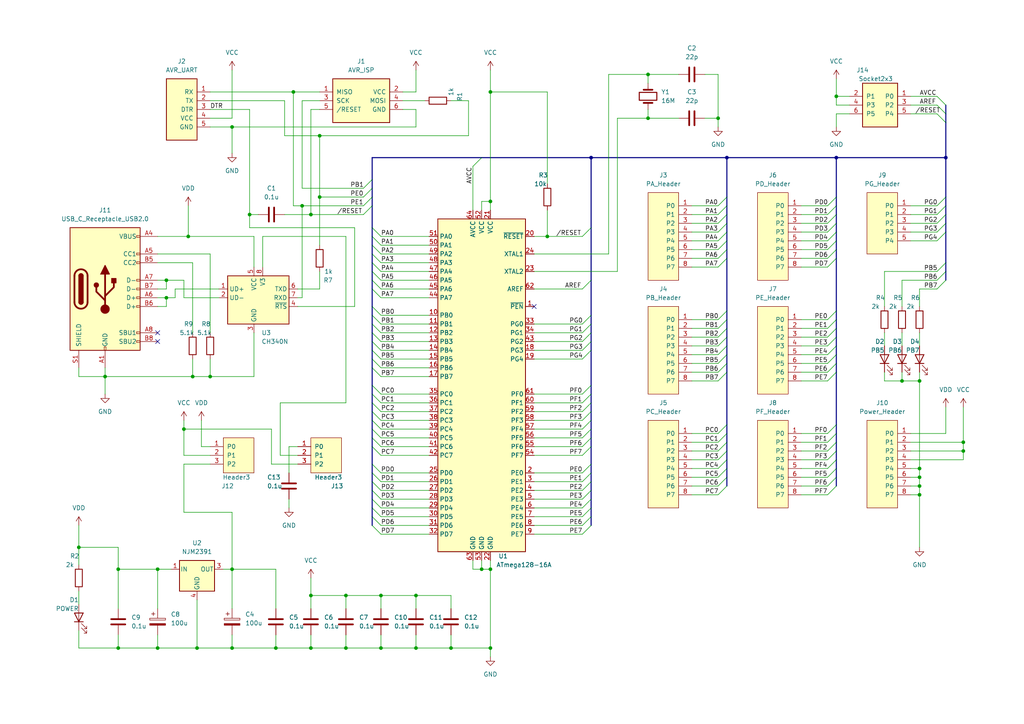
<source format=kicad_sch>
(kicad_sch (version 20230121) (generator eeschema)
  (paper "A4")
  (junction (at 80.01 187.96))
  (junction (at 22.86 158.75))
  (junction (at 87.63 59.69))
  (junction (at 30.48 109.22))
  (junction (at 279.4 128.27))
  (junction (at 100.33 172.72))
  (junction (at 142.24 58.42))
  (junction (at 274.32 45.72))
  (junction (at 120.65 172.72))
  (junction (at 187.96 34.29))
  (junction (at 242.57 27.94))
  (junction (at 85.09 26.67))
  (junction (at 67.31 187.96))
  (junction (at 100.33 187.96))
  (junction (at 53.34 124.46))
  (junction (at 34.29 165.1))
  (junction (at 55.88 109.22))
  (junction (at 266.7 140.97))
  (junction (at 72.39 62.23))
  (junction (at 67.31 165.1))
  (junction (at 110.49 172.72))
  (junction (at 139.7 165.1))
  (junction (at 279.4 130.81))
  (junction (at 130.81 187.96))
  (junction (at 187.96 21.59))
  (junction (at 48.26 81.28))
  (junction (at 266.7 143.51))
  (junction (at 57.15 187.96))
  (junction (at 54.61 68.58))
  (junction (at 142.24 26.67))
  (junction (at 120.65 187.96))
  (junction (at 158.75 68.58))
  (junction (at 210.82 45.72))
  (junction (at 48.26 86.36))
  (junction (at 266.7 110.49))
  (junction (at 242.57 45.72))
  (junction (at 261.62 110.49))
  (junction (at 60.96 109.22))
  (junction (at 90.17 187.96))
  (junction (at 90.17 62.23))
  (junction (at 92.71 57.15))
  (junction (at 45.72 187.96))
  (junction (at 142.24 165.1))
  (junction (at 266.7 138.43))
  (junction (at 266.7 135.89))
  (junction (at 90.17 172.72))
  (junction (at 208.28 34.29))
  (junction (at 110.49 187.96))
  (junction (at 171.45 45.72))
  (junction (at 34.29 187.96))
  (junction (at 142.24 187.96))
  (junction (at 92.71 39.37))
  (junction (at 67.31 36.83))
  (junction (at 45.72 165.1))
  (no_connect (at 154.94 88.9))
  (no_connect (at 45.72 96.52))
  (no_connect (at 45.72 99.06))
  (bus_entry (at 242.57 135.89) (size -2.54 2.54))
  (bus_entry (at 107.95 119.38) (size 2.54 2.54))
  (bus_entry (at 107.95 149.86) (size 2.54 2.54))
  (bus_entry (at 210.82 72.39) (size -2.54 2.54))
  (bus_entry (at 107.95 111.76) (size 2.54 2.54))
  (bus_entry (at 242.57 69.85) (size -2.54 2.54))
  (bus_entry (at 171.45 66.04) (size -2.54 2.54))
  (bus_entry (at 242.57 57.15) (size -2.54 2.54))
  (bus_entry (at 242.57 140.97) (size -2.54 2.54))
  (bus_entry (at 107.95 114.3) (size 2.54 2.54))
  (bus_entry (at 242.57 107.95) (size -2.54 2.54))
  (bus_entry (at 210.82 130.81) (size -2.54 2.54))
  (bus_entry (at 171.45 96.52) (size -2.54 2.54))
  (bus_entry (at 107.95 88.9) (size 2.54 2.54))
  (bus_entry (at 107.95 78.74) (size 2.54 2.54))
  (bus_entry (at 107.95 76.2) (size 2.54 2.54))
  (bus_entry (at 171.45 149.86) (size -2.54 2.54))
  (bus_entry (at 107.95 93.98) (size 2.54 2.54))
  (bus_entry (at 107.95 116.84) (size 2.54 2.54))
  (bus_entry (at 210.82 92.71) (size -2.54 2.54))
  (bus_entry (at 107.95 71.12) (size 2.54 2.54))
  (bus_entry (at 107.95 66.04) (size 2.54 2.54))
  (bus_entry (at 171.45 91.44) (size -2.54 2.54))
  (bus_entry (at 107.95 59.69) (size -2.54 2.54))
  (bus_entry (at 242.57 64.77) (size -2.54 2.54))
  (bus_entry (at 242.57 92.71) (size -2.54 2.54))
  (bus_entry (at 171.45 81.28) (size -2.54 2.54))
  (bus_entry (at 210.82 107.95) (size -2.54 2.54))
  (bus_entry (at 107.95 152.4) (size 2.54 2.54))
  (bus_entry (at 107.95 99.06) (size 2.54 2.54))
  (bus_entry (at 107.95 73.66) (size 2.54 2.54))
  (bus_entry (at 171.45 152.4) (size -2.54 2.54))
  (bus_entry (at 242.57 102.87) (size -2.54 2.54))
  (bus_entry (at 107.95 147.32) (size 2.54 2.54))
  (bus_entry (at 107.95 91.44) (size 2.54 2.54))
  (bus_entry (at 242.57 130.81) (size -2.54 2.54))
  (bus_entry (at 139.7 45.72) (size -2.54 2.54))
  (bus_entry (at 242.57 123.19) (size -2.54 2.54))
  (bus_entry (at 210.82 125.73) (size -2.54 2.54))
  (bus_entry (at 171.45 129.54) (size -2.54 2.54))
  (bus_entry (at 271.78 30.48) (size 2.54 2.54))
  (bus_entry (at 242.57 62.23) (size -2.54 2.54))
  (bus_entry (at 242.57 59.69) (size -2.54 2.54))
  (bus_entry (at 107.95 52.07) (size -2.54 2.54))
  (bus_entry (at 242.57 100.33) (size -2.54 2.54))
  (bus_entry (at 107.95 137.16) (size 2.54 2.54))
  (bus_entry (at 210.82 123.19) (size -2.54 2.54))
  (bus_entry (at 242.57 105.41) (size -2.54 2.54))
  (bus_entry (at 210.82 59.69) (size -2.54 2.54))
  (bus_entry (at 274.32 67.31) (size -2.54 2.54))
  (bus_entry (at 107.95 81.28) (size 2.54 2.54))
  (bus_entry (at 274.32 59.69) (size -2.54 2.54))
  (bus_entry (at 210.82 95.25) (size -2.54 2.54))
  (bus_entry (at 274.32 76.2) (size -2.54 2.54))
  (bus_entry (at 107.95 83.82) (size 2.54 2.54))
  (bus_entry (at 210.82 135.89) (size -2.54 2.54))
  (bus_entry (at 210.82 74.93) (size -2.54 2.54))
  (bus_entry (at 171.45 144.78) (size -2.54 2.54))
  (bus_entry (at 210.82 100.33) (size -2.54 2.54))
  (bus_entry (at 171.45 111.76) (size -2.54 2.54))
  (bus_entry (at 171.45 121.92) (size -2.54 2.54))
  (bus_entry (at 171.45 99.06) (size -2.54 2.54))
  (bus_entry (at 210.82 69.85) (size -2.54 2.54))
  (bus_entry (at 210.82 105.41) (size -2.54 2.54))
  (bus_entry (at 274.32 57.15) (size -2.54 2.54))
  (bus_entry (at 210.82 90.17) (size -2.54 2.54))
  (bus_entry (at 242.57 74.93) (size -2.54 2.54))
  (bus_entry (at 242.57 95.25) (size -2.54 2.54))
  (bus_entry (at 171.45 124.46) (size -2.54 2.54))
  (bus_entry (at 107.95 54.61) (size -2.54 2.54))
  (bus_entry (at 210.82 102.87) (size -2.54 2.54))
  (bus_entry (at 271.78 27.94) (size 2.54 2.54))
  (bus_entry (at 107.95 127) (size 2.54 2.54))
  (bus_entry (at 242.57 97.79) (size -2.54 2.54))
  (bus_entry (at 274.32 81.28) (size -2.54 2.54))
  (bus_entry (at 107.95 96.52) (size 2.54 2.54))
  (bus_entry (at 107.95 142.24) (size 2.54 2.54))
  (bus_entry (at 242.57 90.17) (size -2.54 2.54))
  (bus_entry (at 242.57 138.43) (size -2.54 2.54))
  (bus_entry (at 171.45 147.32) (size -2.54 2.54))
  (bus_entry (at 242.57 72.39) (size -2.54 2.54))
  (bus_entry (at 107.95 139.7) (size 2.54 2.54))
  (bus_entry (at 107.95 144.78) (size 2.54 2.54))
  (bus_entry (at 242.57 67.31) (size -2.54 2.54))
  (bus_entry (at 171.45 137.16) (size -2.54 2.54))
  (bus_entry (at 274.32 64.77) (size -2.54 2.54))
  (bus_entry (at 242.57 125.73) (size -2.54 2.54))
  (bus_entry (at 210.82 138.43) (size -2.54 2.54))
  (bus_entry (at 171.45 101.6) (size -2.54 2.54))
  (bus_entry (at 107.95 124.46) (size 2.54 2.54))
  (bus_entry (at 171.45 93.98) (size -2.54 2.54))
  (bus_entry (at 210.82 140.97) (size -2.54 2.54))
  (bus_entry (at 107.95 106.68) (size 2.54 2.54))
  (bus_entry (at 210.82 128.27) (size -2.54 2.54))
  (bus_entry (at 210.82 67.31) (size -2.54 2.54))
  (bus_entry (at 107.95 101.6) (size 2.54 2.54))
  (bus_entry (at 210.82 133.35) (size -2.54 2.54))
  (bus_entry (at 107.95 68.58) (size 2.54 2.54))
  (bus_entry (at 171.45 119.38) (size -2.54 2.54))
  (bus_entry (at 171.45 139.7) (size -2.54 2.54))
  (bus_entry (at 274.32 62.23) (size -2.54 2.54))
  (bus_entry (at 171.45 142.24) (size -2.54 2.54))
  (bus_entry (at 171.45 114.3) (size -2.54 2.54))
  (bus_entry (at 210.82 97.79) (size -2.54 2.54))
  (bus_entry (at 107.95 121.92) (size 2.54 2.54))
  (bus_entry (at 171.45 134.62) (size -2.54 2.54))
  (bus_entry (at 210.82 62.23) (size -2.54 2.54))
  (bus_entry (at 171.45 127) (size -2.54 2.54))
  (bus_entry (at 107.95 134.62) (size 2.54 2.54))
  (bus_entry (at 242.57 133.35) (size -2.54 2.54))
  (bus_entry (at 242.57 128.27) (size -2.54 2.54))
  (bus_entry (at 210.82 64.77) (size -2.54 2.54))
  (bus_entry (at 271.78 33.02) (size 2.54 2.54))
  (bus_entry (at 274.32 78.74) (size -2.54 2.54))
  (bus_entry (at 210.82 57.15) (size -2.54 2.54))
  (bus_entry (at 171.45 116.84) (size -2.54 2.54))
  (bus_entry (at 107.95 57.15) (size -2.54 2.54))
  (bus_entry (at 107.95 129.54) (size 2.54 2.54))
  (bus_entry (at 107.95 104.14) (size 2.54 2.54))
  (wire (pts (xy 232.41 130.81) (xy 240.03 130.81)))
  (wire (pts (xy 92.71 57.15) (xy 92.71 71.12)))
  (wire (pts (xy 261.62 110.49) (xy 266.7 110.49)))
  (wire (pts (xy 200.66 135.89) (xy 208.28 135.89)))
  (bus (pts (xy 242.57 45.72) (xy 274.32 45.72)))
  (bus (pts (xy 171.45 134.62) (xy 171.45 129.54)))
  (bus (pts (xy 210.82 67.31) (xy 210.82 69.85)))
  (wire (pts (xy 266.7 83.82) (xy 271.78 83.82)))
  (wire (pts (xy 83.82 129.54) (xy 83.82 137.16)))
  (bus (pts (xy 242.57 90.17) (xy 242.57 92.71)))
  (wire (pts (xy 45.72 73.66) (xy 60.96 73.66)))
  (wire (pts (xy 139.7 165.1) (xy 142.24 165.1)))
  (wire (pts (xy 120.65 26.67) (xy 120.65 20.32)))
  (bus (pts (xy 274.32 64.77) (xy 274.32 67.31)))
  (wire (pts (xy 139.7 58.42) (xy 139.7 60.96)))
  (wire (pts (xy 135.89 39.37) (xy 92.71 39.37)))
  (bus (pts (xy 107.95 91.44) (xy 107.95 93.98)))
  (wire (pts (xy 90.17 62.23) (xy 82.55 62.23)))
  (bus (pts (xy 210.82 45.72) (xy 242.57 45.72)))
  (wire (pts (xy 85.09 59.69) (xy 87.63 59.69)))
  (wire (pts (xy 60.96 36.83) (xy 67.31 36.83)))
  (wire (pts (xy 232.41 105.41) (xy 240.03 105.41)))
  (wire (pts (xy 73.66 77.47) (xy 73.66 68.58)))
  (bus (pts (xy 242.57 123.19) (xy 242.57 125.73)))
  (wire (pts (xy 110.49 144.78) (xy 124.46 144.78)))
  (bus (pts (xy 107.95 45.72) (xy 107.95 52.07)))
  (bus (pts (xy 107.95 114.3) (xy 107.95 116.84)))
  (wire (pts (xy 22.86 152.4) (xy 22.86 158.75)))
  (wire (pts (xy 76.2 68.58) (xy 100.33 68.58)))
  (wire (pts (xy 110.49 172.72) (xy 120.65 172.72)))
  (wire (pts (xy 208.28 34.29) (xy 208.28 36.83)))
  (wire (pts (xy 102.87 66.04) (xy 102.87 88.9)))
  (wire (pts (xy 120.65 172.72) (xy 120.65 176.53)))
  (wire (pts (xy 242.57 22.86) (xy 242.57 27.94)))
  (wire (pts (xy 110.49 104.14) (xy 124.46 104.14)))
  (wire (pts (xy 110.49 106.68) (xy 124.46 106.68)))
  (wire (pts (xy 200.66 64.77) (xy 208.28 64.77)))
  (bus (pts (xy 107.95 104.14) (xy 107.95 106.68)))
  (wire (pts (xy 110.49 132.08) (xy 124.46 132.08)))
  (wire (pts (xy 232.41 59.69) (xy 240.03 59.69)))
  (wire (pts (xy 110.49 116.84) (xy 124.46 116.84)))
  (bus (pts (xy 107.95 88.9) (xy 107.95 91.44)))
  (wire (pts (xy 67.31 34.29) (xy 67.31 20.32)))
  (wire (pts (xy 139.7 58.42) (xy 142.24 58.42)))
  (wire (pts (xy 232.41 62.23) (xy 240.03 62.23)))
  (wire (pts (xy 187.96 34.29) (xy 179.07 34.29)))
  (wire (pts (xy 264.16 69.85) (xy 271.78 69.85)))
  (wire (pts (xy 53.34 134.62) (xy 60.96 134.62)))
  (wire (pts (xy 264.16 143.51) (xy 266.7 143.51)))
  (wire (pts (xy 154.94 124.46) (xy 168.91 124.46)))
  (wire (pts (xy 154.94 139.7) (xy 168.91 139.7)))
  (wire (pts (xy 22.86 163.83) (xy 22.86 158.75)))
  (bus (pts (xy 210.82 57.15) (xy 210.82 59.69)))
  (wire (pts (xy 22.86 182.88) (xy 22.86 187.96)))
  (wire (pts (xy 72.39 62.23) (xy 72.39 31.75)))
  (bus (pts (xy 274.32 76.2) (xy 274.32 78.74)))
  (bus (pts (xy 171.45 147.32) (xy 171.45 144.78)))
  (bus (pts (xy 107.95 54.61) (xy 107.95 57.15)))
  (wire (pts (xy 187.96 34.29) (xy 196.85 34.29)))
  (wire (pts (xy 53.34 124.46) (xy 53.34 132.08)))
  (wire (pts (xy 64.77 165.1) (xy 67.31 165.1)))
  (bus (pts (xy 171.45 93.98) (xy 171.45 91.44)))
  (wire (pts (xy 110.49 71.12) (xy 124.46 71.12)))
  (wire (pts (xy 232.41 138.43) (xy 240.03 138.43)))
  (wire (pts (xy 232.41 64.77) (xy 240.03 64.77)))
  (bus (pts (xy 210.82 135.89) (xy 210.82 138.43)))
  (wire (pts (xy 264.16 138.43) (xy 266.7 138.43)))
  (wire (pts (xy 110.49 86.36) (xy 124.46 86.36)))
  (bus (pts (xy 242.57 59.69) (xy 242.57 62.23)))
  (wire (pts (xy 264.16 128.27) (xy 279.4 128.27)))
  (wire (pts (xy 261.62 81.28) (xy 271.78 81.28)))
  (wire (pts (xy 279.4 130.81) (xy 279.4 128.27)))
  (wire (pts (xy 200.66 100.33) (xy 208.28 100.33)))
  (wire (pts (xy 264.16 27.94) (xy 271.78 27.94)))
  (bus (pts (xy 171.45 121.92) (xy 171.45 119.38)))
  (bus (pts (xy 171.45 129.54) (xy 171.45 127)))
  (wire (pts (xy 120.65 31.75) (xy 120.65 36.83)))
  (wire (pts (xy 81.28 116.84) (xy 81.28 132.08)))
  (wire (pts (xy 86.36 86.36) (xy 87.63 86.36)))
  (wire (pts (xy 154.94 152.4) (xy 168.91 152.4)))
  (bus (pts (xy 242.57 102.87) (xy 242.57 105.41)))
  (bus (pts (xy 107.95 71.12) (xy 107.95 73.66)))
  (bus (pts (xy 171.45 45.72) (xy 210.82 45.72)))
  (wire (pts (xy 264.16 133.35) (xy 279.4 133.35)))
  (bus (pts (xy 107.95 78.74) (xy 107.95 81.28)))
  (bus (pts (xy 171.45 81.28) (xy 171.45 66.04)))
  (bus (pts (xy 107.95 144.78) (xy 107.95 147.32)))
  (wire (pts (xy 139.7 162.56) (xy 139.7 165.1)))
  (bus (pts (xy 210.82 64.77) (xy 210.82 67.31)))
  (wire (pts (xy 154.94 83.82) (xy 168.91 83.82)))
  (wire (pts (xy 60.96 73.66) (xy 60.96 96.52)))
  (wire (pts (xy 45.72 68.58) (xy 54.61 68.58)))
  (bus (pts (xy 107.95 99.06) (xy 107.95 101.6)))
  (wire (pts (xy 154.94 144.78) (xy 168.91 144.78)))
  (bus (pts (xy 210.82 92.71) (xy 210.82 95.25)))
  (wire (pts (xy 120.65 172.72) (xy 130.81 172.72)))
  (bus (pts (xy 107.95 57.15) (xy 107.95 59.69)))
  (wire (pts (xy 232.41 97.79) (xy 240.03 97.79)))
  (wire (pts (xy 142.24 26.67) (xy 142.24 20.32)))
  (wire (pts (xy 58.42 121.92) (xy 58.42 129.54)))
  (wire (pts (xy 78.74 124.46) (xy 78.74 134.62)))
  (bus (pts (xy 210.82 95.25) (xy 210.82 97.79)))
  (wire (pts (xy 48.26 81.28) (xy 48.26 83.82)))
  (wire (pts (xy 110.49 121.92) (xy 124.46 121.92)))
  (wire (pts (xy 53.34 121.92) (xy 53.34 124.46)))
  (wire (pts (xy 90.17 187.96) (xy 100.33 187.96)))
  (wire (pts (xy 86.36 83.82) (xy 92.71 83.82)))
  (bus (pts (xy 107.95 149.86) (xy 107.95 152.4)))
  (wire (pts (xy 53.34 132.08) (xy 60.96 132.08)))
  (wire (pts (xy 85.09 26.67) (xy 92.71 26.67)))
  (wire (pts (xy 87.63 59.69) (xy 87.63 86.36)))
  (wire (pts (xy 264.16 30.48) (xy 271.78 30.48)))
  (wire (pts (xy 208.28 21.59) (xy 208.28 34.29)))
  (wire (pts (xy 266.7 107.95) (xy 266.7 110.49)))
  (bus (pts (xy 242.57 97.79) (xy 242.57 100.33)))
  (wire (pts (xy 256.54 78.74) (xy 271.78 78.74)))
  (wire (pts (xy 60.96 104.14) (xy 60.96 109.22)))
  (wire (pts (xy 232.41 135.89) (xy 240.03 135.89)))
  (bus (pts (xy 210.82 45.72) (xy 210.82 57.15)))
  (wire (pts (xy 60.96 29.21) (xy 82.55 29.21)))
  (wire (pts (xy 232.41 110.49) (xy 240.03 110.49)))
  (wire (pts (xy 200.66 62.23) (xy 208.28 62.23)))
  (bus (pts (xy 210.82 69.85) (xy 210.82 72.39)))
  (bus (pts (xy 107.95 116.84) (xy 107.95 119.38)))
  (wire (pts (xy 120.65 187.96) (xy 130.81 187.96)))
  (bus (pts (xy 242.57 100.33) (xy 242.57 102.87)))
  (bus (pts (xy 274.32 59.69) (xy 274.32 62.23)))
  (wire (pts (xy 154.94 137.16) (xy 168.91 137.16)))
  (wire (pts (xy 45.72 184.15) (xy 45.72 187.96)))
  (wire (pts (xy 232.41 77.47) (xy 240.03 77.47)))
  (wire (pts (xy 54.61 59.69) (xy 54.61 68.58)))
  (wire (pts (xy 80.01 187.96) (xy 90.17 187.96)))
  (wire (pts (xy 48.26 86.36) (xy 48.26 88.9)))
  (wire (pts (xy 130.81 172.72) (xy 130.81 176.53)))
  (wire (pts (xy 45.72 165.1) (xy 45.72 176.53)))
  (wire (pts (xy 200.66 128.27) (xy 208.28 128.27)))
  (wire (pts (xy 80.01 165.1) (xy 80.01 176.53)))
  (wire (pts (xy 154.94 127) (xy 168.91 127)))
  (wire (pts (xy 179.07 34.29) (xy 179.07 78.74)))
  (wire (pts (xy 200.66 77.47) (xy 208.28 77.47)))
  (wire (pts (xy 63.5 83.82) (xy 50.8 83.82)))
  (wire (pts (xy 158.75 68.58) (xy 168.91 68.58)))
  (wire (pts (xy 81.28 132.08) (xy 86.36 132.08)))
  (bus (pts (xy 171.45 149.86) (xy 171.45 147.32)))
  (wire (pts (xy 67.31 165.1) (xy 80.01 165.1)))
  (wire (pts (xy 116.84 29.21) (xy 123.19 29.21)))
  (wire (pts (xy 242.57 30.48) (xy 242.57 27.94)))
  (bus (pts (xy 107.95 134.62) (xy 107.95 137.16)))
  (bus (pts (xy 242.57 72.39) (xy 242.57 74.93)))
  (wire (pts (xy 72.39 66.04) (xy 102.87 66.04)))
  (wire (pts (xy 200.66 74.93) (xy 208.28 74.93)))
  (wire (pts (xy 55.88 104.14) (xy 55.88 109.22)))
  (wire (pts (xy 154.94 149.86) (xy 168.91 149.86)))
  (bus (pts (xy 242.57 74.93) (xy 242.57 90.17)))
  (wire (pts (xy 45.72 165.1) (xy 34.29 165.1)))
  (wire (pts (xy 137.16 165.1) (xy 139.7 165.1)))
  (wire (pts (xy 261.62 96.52) (xy 261.62 100.33)))
  (wire (pts (xy 142.24 165.1) (xy 142.24 187.96)))
  (wire (pts (xy 102.87 88.9) (xy 86.36 88.9)))
  (wire (pts (xy 110.49 149.86) (xy 124.46 149.86)))
  (wire (pts (xy 83.82 144.78) (xy 83.82 147.32)))
  (bus (pts (xy 107.95 93.98) (xy 107.95 96.52)))
  (wire (pts (xy 34.29 165.1) (xy 34.29 176.53)))
  (bus (pts (xy 274.32 78.74) (xy 274.32 81.28)))
  (wire (pts (xy 200.66 125.73) (xy 208.28 125.73)))
  (wire (pts (xy 76.2 68.58) (xy 76.2 77.47)))
  (wire (pts (xy 45.72 81.28) (xy 48.26 81.28)))
  (wire (pts (xy 200.66 95.25) (xy 208.28 95.25)))
  (wire (pts (xy 200.66 130.81) (xy 208.28 130.81)))
  (bus (pts (xy 242.57 62.23) (xy 242.57 64.77)))
  (wire (pts (xy 137.16 48.26) (xy 137.16 60.96)))
  (bus (pts (xy 242.57 92.71) (xy 242.57 95.25)))
  (bus (pts (xy 107.95 124.46) (xy 107.95 127)))
  (wire (pts (xy 110.49 114.3) (xy 124.46 114.3)))
  (wire (pts (xy 55.88 76.2) (xy 45.72 76.2)))
  (wire (pts (xy 110.49 119.38) (xy 124.46 119.38)))
  (wire (pts (xy 90.17 62.23) (xy 105.41 62.23)))
  (wire (pts (xy 57.15 173.99) (xy 57.15 187.96)))
  (bus (pts (xy 107.95 59.69) (xy 107.95 66.04)))
  (wire (pts (xy 242.57 33.02) (xy 242.57 36.83)))
  (wire (pts (xy 92.71 31.75) (xy 90.17 31.75)))
  (wire (pts (xy 100.33 116.84) (xy 81.28 116.84)))
  (bus (pts (xy 171.45 101.6) (xy 171.45 99.06)))
  (bus (pts (xy 107.95 73.66) (xy 107.95 76.2)))
  (wire (pts (xy 154.94 114.3) (xy 168.91 114.3)))
  (bus (pts (xy 210.82 123.19) (xy 210.82 125.73)))
  (wire (pts (xy 110.49 124.46) (xy 124.46 124.46)))
  (wire (pts (xy 53.34 86.36) (xy 63.5 86.36)))
  (wire (pts (xy 154.94 119.38) (xy 168.91 119.38)))
  (wire (pts (xy 200.66 107.95) (xy 208.28 107.95)))
  (bus (pts (xy 242.57 133.35) (xy 242.57 135.89)))
  (wire (pts (xy 154.94 129.54) (xy 168.91 129.54)))
  (wire (pts (xy 86.36 134.62) (xy 78.74 134.62)))
  (bus (pts (xy 107.95 137.16) (xy 107.95 139.7)))
  (wire (pts (xy 110.49 101.6) (xy 124.46 101.6)))
  (wire (pts (xy 92.71 39.37) (xy 82.55 39.37)))
  (wire (pts (xy 232.41 128.27) (xy 240.03 128.27)))
  (wire (pts (xy 200.66 138.43) (xy 208.28 138.43)))
  (wire (pts (xy 48.26 86.36) (xy 50.8 86.36)))
  (wire (pts (xy 72.39 62.23) (xy 72.39 66.04)))
  (wire (pts (xy 154.94 93.98) (xy 168.91 93.98)))
  (wire (pts (xy 264.16 33.02) (xy 271.78 33.02)))
  (wire (pts (xy 67.31 184.15) (xy 67.31 187.96)))
  (bus (pts (xy 171.45 66.04) (xy 171.45 45.72)))
  (wire (pts (xy 67.31 187.96) (xy 80.01 187.96)))
  (bus (pts (xy 107.95 142.24) (xy 107.95 144.78)))
  (bus (pts (xy 242.57 125.73) (xy 242.57 128.27)))
  (wire (pts (xy 200.66 97.79) (xy 208.28 97.79)))
  (wire (pts (xy 154.94 121.92) (xy 168.91 121.92)))
  (wire (pts (xy 45.72 165.1) (xy 49.53 165.1)))
  (wire (pts (xy 105.41 54.61) (xy 87.63 54.61)))
  (wire (pts (xy 264.16 140.97) (xy 266.7 140.97)))
  (bus (pts (xy 171.45 139.7) (xy 171.45 137.16)))
  (wire (pts (xy 256.54 107.95) (xy 256.54 110.49)))
  (bus (pts (xy 210.82 100.33) (xy 210.82 102.87)))
  (wire (pts (xy 246.38 33.02) (xy 242.57 33.02)))
  (wire (pts (xy 54.61 68.58) (xy 73.66 68.58)))
  (wire (pts (xy 92.71 78.74) (xy 92.71 83.82)))
  (bus (pts (xy 107.95 96.52) (xy 107.95 99.06)))
  (wire (pts (xy 256.54 110.49) (xy 261.62 110.49)))
  (bus (pts (xy 107.95 52.07) (xy 107.95 54.61)))
  (wire (pts (xy 92.71 57.15) (xy 105.41 57.15)))
  (wire (pts (xy 232.41 125.73) (xy 240.03 125.73)))
  (wire (pts (xy 110.49 81.28) (xy 124.46 81.28)))
  (bus (pts (xy 171.45 152.4) (xy 171.45 149.86)))
  (bus (pts (xy 274.32 33.02) (xy 274.32 35.56)))
  (bus (pts (xy 107.95 139.7) (xy 107.95 142.24)))
  (wire (pts (xy 58.42 129.54) (xy 60.96 129.54)))
  (wire (pts (xy 110.49 147.32) (xy 124.46 147.32)))
  (wire (pts (xy 200.66 102.87) (xy 208.28 102.87)))
  (wire (pts (xy 67.31 36.83) (xy 120.65 36.83)))
  (bus (pts (xy 242.57 138.43) (xy 242.57 140.97)))
  (wire (pts (xy 154.94 116.84) (xy 168.91 116.84)))
  (wire (pts (xy 116.84 31.75) (xy 120.65 31.75)))
  (bus (pts (xy 242.57 135.89) (xy 242.57 138.43)))
  (wire (pts (xy 45.72 187.96) (xy 57.15 187.96)))
  (bus (pts (xy 274.32 45.72) (xy 274.32 57.15)))
  (wire (pts (xy 187.96 21.59) (xy 187.96 24.13)))
  (wire (pts (xy 110.49 127) (xy 124.46 127)))
  (bus (pts (xy 210.82 107.95) (xy 210.82 123.19)))
  (wire (pts (xy 279.4 118.11) (xy 279.4 128.27)))
  (wire (pts (xy 30.48 109.22) (xy 55.88 109.22)))
  (wire (pts (xy 72.39 31.75) (xy 60.96 31.75)))
  (wire (pts (xy 176.53 73.66) (xy 154.94 73.66)))
  (bus (pts (xy 210.82 105.41) (xy 210.82 107.95)))
  (wire (pts (xy 154.94 142.24) (xy 168.91 142.24)))
  (bus (pts (xy 107.95 68.58) (xy 107.95 71.12)))
  (bus (pts (xy 171.45 111.76) (xy 171.45 101.6)))
  (wire (pts (xy 200.66 69.85) (xy 208.28 69.85)))
  (bus (pts (xy 171.45 124.46) (xy 171.45 121.92)))
  (wire (pts (xy 232.41 95.25) (xy 240.03 95.25)))
  (bus (pts (xy 107.95 129.54) (xy 107.95 134.62)))
  (bus (pts (xy 107.95 83.82) (xy 107.95 88.9)))
  (wire (pts (xy 86.36 129.54) (xy 83.82 129.54)))
  (wire (pts (xy 110.49 96.52) (xy 124.46 96.52)))
  (wire (pts (xy 53.34 148.59) (xy 53.34 134.62)))
  (wire (pts (xy 176.53 21.59) (xy 187.96 21.59)))
  (bus (pts (xy 107.95 127) (xy 107.95 129.54)))
  (wire (pts (xy 266.7 143.51) (xy 266.7 158.75)))
  (wire (pts (xy 110.49 78.74) (xy 124.46 78.74)))
  (wire (pts (xy 176.53 21.59) (xy 176.53 73.66)))
  (bus (pts (xy 139.7 45.72) (xy 171.45 45.72)))
  (wire (pts (xy 137.16 162.56) (xy 137.16 165.1)))
  (wire (pts (xy 274.32 118.11) (xy 274.32 125.73)))
  (bus (pts (xy 107.95 45.72) (xy 139.7 45.72)))
  (wire (pts (xy 232.41 143.51) (xy 240.03 143.51)))
  (wire (pts (xy 60.96 109.22) (xy 73.66 109.22)))
  (wire (pts (xy 110.49 73.66) (xy 124.46 73.66)))
  (wire (pts (xy 154.94 104.14) (xy 168.91 104.14)))
  (wire (pts (xy 22.86 158.75) (xy 34.29 158.75)))
  (wire (pts (xy 200.66 105.41) (xy 208.28 105.41)))
  (wire (pts (xy 266.7 83.82) (xy 266.7 88.9)))
  (bus (pts (xy 210.82 133.35) (xy 210.82 135.89)))
  (bus (pts (xy 242.57 107.95) (xy 242.57 123.19)))
  (bus (pts (xy 171.45 142.24) (xy 171.45 139.7)))
  (bus (pts (xy 107.95 119.38) (xy 107.95 121.92)))
  (wire (pts (xy 261.62 107.95) (xy 261.62 110.49)))
  (wire (pts (xy 110.49 152.4) (xy 124.46 152.4)))
  (wire (pts (xy 100.33 68.58) (xy 100.33 116.84)))
  (bus (pts (xy 210.82 97.79) (xy 210.82 100.33)))
  (bus (pts (xy 210.82 74.93) (xy 210.82 90.17)))
  (wire (pts (xy 30.48 109.22) (xy 30.48 106.68)))
  (wire (pts (xy 87.63 59.69) (xy 105.41 59.69)))
  (wire (pts (xy 142.24 58.42) (xy 142.24 60.96)))
  (wire (pts (xy 110.49 93.98) (xy 124.46 93.98)))
  (wire (pts (xy 110.49 184.15) (xy 110.49 187.96)))
  (wire (pts (xy 110.49 109.22) (xy 124.46 109.22)))
  (wire (pts (xy 142.24 165.1) (xy 142.24 162.56)))
  (wire (pts (xy 200.66 140.97) (xy 208.28 140.97)))
  (wire (pts (xy 78.74 124.46) (xy 53.34 124.46)))
  (wire (pts (xy 232.41 74.93) (xy 240.03 74.93)))
  (wire (pts (xy 200.66 59.69) (xy 208.28 59.69)))
  (bus (pts (xy 210.82 102.87) (xy 210.82 105.41)))
  (wire (pts (xy 154.94 68.58) (xy 158.75 68.58)))
  (wire (pts (xy 246.38 30.48) (xy 242.57 30.48)))
  (wire (pts (xy 264.16 67.31) (xy 271.78 67.31)))
  (wire (pts (xy 90.17 184.15) (xy 90.17 187.96)))
  (bus (pts (xy 171.45 96.52) (xy 171.45 93.98)))
  (bus (pts (xy 171.45 116.84) (xy 171.45 114.3)))
  (bus (pts (xy 107.95 101.6) (xy 107.95 104.14)))
  (wire (pts (xy 53.34 81.28) (xy 53.34 86.36)))
  (wire (pts (xy 154.94 154.94) (xy 168.91 154.94)))
  (wire (pts (xy 30.48 109.22) (xy 30.48 114.3)))
  (wire (pts (xy 266.7 135.89) (xy 266.7 138.43)))
  (wire (pts (xy 274.32 125.73) (xy 264.16 125.73)))
  (wire (pts (xy 22.86 106.68) (xy 22.86 109.22)))
  (wire (pts (xy 130.81 184.15) (xy 130.81 187.96)))
  (wire (pts (xy 60.96 34.29) (xy 67.31 34.29)))
  (wire (pts (xy 232.41 133.35) (xy 240.03 133.35)))
  (wire (pts (xy 72.39 62.23) (xy 74.93 62.23)))
  (wire (pts (xy 279.4 130.81) (xy 279.4 133.35)))
  (wire (pts (xy 22.86 187.96) (xy 34.29 187.96)))
  (bus (pts (xy 171.45 137.16) (xy 171.45 134.62)))
  (wire (pts (xy 187.96 21.59) (xy 196.85 21.59)))
  (wire (pts (xy 256.54 96.52) (xy 256.54 100.33)))
  (wire (pts (xy 135.89 29.21) (xy 135.89 39.37)))
  (wire (pts (xy 142.24 26.67) (xy 158.75 26.67)))
  (bus (pts (xy 242.57 130.81) (xy 242.57 133.35)))
  (bus (pts (xy 274.32 57.15) (xy 274.32 59.69)))
  (wire (pts (xy 110.49 142.24) (xy 124.46 142.24)))
  (bus (pts (xy 242.57 105.41) (xy 242.57 107.95)))
  (wire (pts (xy 266.7 138.43) (xy 266.7 140.97)))
  (wire (pts (xy 116.84 26.67) (xy 120.65 26.67)))
  (wire (pts (xy 110.49 99.06) (xy 124.46 99.06)))
  (wire (pts (xy 110.49 91.44) (xy 124.46 91.44)))
  (wire (pts (xy 232.41 107.95) (xy 240.03 107.95)))
  (wire (pts (xy 154.94 132.08) (xy 168.91 132.08)))
  (bus (pts (xy 171.45 114.3) (xy 171.45 111.76)))
  (wire (pts (xy 158.75 53.34) (xy 158.75 26.67)))
  (wire (pts (xy 154.94 101.6) (xy 168.91 101.6)))
  (wire (pts (xy 204.47 21.59) (xy 208.28 21.59)))
  (wire (pts (xy 266.7 140.97) (xy 266.7 143.51)))
  (bus (pts (xy 274.32 30.48) (xy 274.32 33.02)))
  (wire (pts (xy 110.49 76.2) (xy 124.46 76.2)))
  (bus (pts (xy 210.82 128.27) (xy 210.82 130.81)))
  (wire (pts (xy 154.94 147.32) (xy 168.91 147.32)))
  (wire (pts (xy 90.17 172.72) (xy 100.33 172.72)))
  (wire (pts (xy 256.54 88.9) (xy 256.54 78.74)))
  (bus (pts (xy 242.57 45.72) (xy 242.57 57.15)))
  (wire (pts (xy 110.49 68.58) (xy 124.46 68.58)))
  (bus (pts (xy 107.95 106.68) (xy 107.95 111.76)))
  (wire (pts (xy 100.33 172.72) (xy 110.49 172.72)))
  (wire (pts (xy 264.16 62.23) (xy 271.78 62.23)))
  (bus (pts (xy 171.45 99.06) (xy 171.45 96.52)))
  (wire (pts (xy 67.31 148.59) (xy 53.34 148.59)))
  (bus (pts (xy 210.82 138.43) (xy 210.82 140.97)))
  (wire (pts (xy 110.49 139.7) (xy 124.46 139.7)))
  (bus (pts (xy 171.45 119.38) (xy 171.45 116.84)))
  (wire (pts (xy 264.16 64.77) (xy 271.78 64.77)))
  (wire (pts (xy 85.09 26.67) (xy 85.09 59.69)))
  (wire (pts (xy 232.41 140.97) (xy 240.03 140.97)))
  (wire (pts (xy 100.33 172.72) (xy 100.33 176.53)))
  (wire (pts (xy 34.29 158.75) (xy 34.29 165.1)))
  (wire (pts (xy 22.86 175.26) (xy 22.86 171.45)))
  (wire (pts (xy 204.47 34.29) (xy 208.28 34.29)))
  (bus (pts (xy 171.45 127) (xy 171.45 124.46)))
  (wire (pts (xy 200.66 143.51) (xy 208.28 143.51)))
  (wire (pts (xy 45.72 83.82) (xy 48.26 83.82)))
  (bus (pts (xy 171.45 81.28) (xy 171.45 91.44)))
  (wire (pts (xy 110.49 129.54) (xy 124.46 129.54)))
  (wire (pts (xy 110.49 137.16) (xy 124.46 137.16)))
  (bus (pts (xy 107.95 76.2) (xy 107.95 78.74)))
  (wire (pts (xy 232.41 102.87) (xy 240.03 102.87)))
  (wire (pts (xy 110.49 172.72) (xy 110.49 176.53)))
  (wire (pts (xy 110.49 83.82) (xy 124.46 83.82)))
  (wire (pts (xy 87.63 29.21) (xy 92.71 29.21)))
  (wire (pts (xy 266.7 96.52) (xy 266.7 100.33)))
  (wire (pts (xy 48.26 81.28) (xy 53.34 81.28)))
  (bus (pts (xy 242.57 128.27) (xy 242.57 130.81)))
  (wire (pts (xy 154.94 96.52) (xy 168.91 96.52)))
  (wire (pts (xy 264.16 135.89) (xy 266.7 135.89)))
  (wire (pts (xy 82.55 39.37) (xy 82.55 29.21)))
  (wire (pts (xy 200.66 92.71) (xy 208.28 92.71)))
  (wire (pts (xy 232.41 69.85) (xy 240.03 69.85)))
  (wire (pts (xy 200.66 72.39) (xy 208.28 72.39)))
  (bus (pts (xy 210.82 130.81) (xy 210.82 133.35)))
  (bus (pts (xy 171.45 144.78) (xy 171.45 142.24)))
  (wire (pts (xy 130.81 29.21) (xy 135.89 29.21)))
  (wire (pts (xy 50.8 83.82) (xy 50.8 86.36)))
  (wire (pts (xy 266.7 110.49) (xy 266.7 135.89)))
  (bus (pts (xy 242.57 57.15) (xy 242.57 59.69)))
  (wire (pts (xy 57.15 187.96) (xy 67.31 187.96)))
  (bus (pts (xy 274.32 67.31) (xy 274.32 76.2)))
  (wire (pts (xy 158.75 60.96) (xy 158.75 68.58)))
  (bus (pts (xy 210.82 62.23) (xy 210.82 64.77)))
  (wire (pts (xy 92.71 39.37) (xy 92.71 57.15)))
  (wire (pts (xy 130.81 187.96) (xy 142.24 187.96)))
  (wire (pts (xy 22.86 109.22) (xy 30.48 109.22)))
  (bus (pts (xy 274.32 35.56) (xy 274.32 45.72)))
  (bus (pts (xy 242.57 64.77) (xy 242.57 67.31)))
  (wire (pts (xy 264.16 130.81) (xy 279.4 130.81)))
  (bus (pts (xy 107.95 66.04) (xy 107.95 68.58)))
  (wire (pts (xy 232.41 92.71) (xy 240.03 92.71)))
  (bus (pts (xy 107.95 111.76) (xy 107.95 114.3)))
  (wire (pts (xy 55.88 96.52) (xy 55.88 76.2)))
  (bus (pts (xy 210.82 125.73) (xy 210.82 128.27)))
  (bus (pts (xy 107.95 121.92) (xy 107.95 124.46)))
  (wire (pts (xy 87.63 29.21) (xy 87.63 54.61)))
  (bus (pts (xy 107.95 83.82) (xy 107.95 81.28)))
  (wire (pts (xy 120.65 184.15) (xy 120.65 187.96)))
  (wire (pts (xy 45.72 86.36) (xy 48.26 86.36)))
  (wire (pts (xy 110.49 187.96) (xy 120.65 187.96)))
  (wire (pts (xy 55.88 109.22) (xy 60.96 109.22)))
  (bus (pts (xy 242.57 69.85) (xy 242.57 72.39)))
  (wire (pts (xy 90.17 172.72) (xy 90.17 176.53)))
  (wire (pts (xy 60.96 26.67) (xy 85.09 26.67)))
  (wire (pts (xy 45.72 187.96) (xy 34.29 187.96)))
  (wire (pts (xy 232.41 72.39) (xy 240.03 72.39)))
  (wire (pts (xy 45.72 88.9) (xy 48.26 88.9)))
  (wire (pts (xy 142.24 187.96) (xy 142.24 190.5)))
  (bus (pts (xy 274.32 62.23) (xy 274.32 64.77)))
  (bus (pts (xy 242.57 95.25) (xy 242.57 97.79)))
  (wire (pts (xy 80.01 184.15) (xy 80.01 187.96)))
  (wire (pts (xy 100.33 184.15) (xy 100.33 187.96)))
  (wire (pts (xy 100.33 187.96) (xy 110.49 187.96)))
  (wire (pts (xy 264.16 59.69) (xy 271.78 59.69)))
  (bus (pts (xy 210.82 72.39) (xy 210.82 74.93)))
  (wire (pts (xy 110.49 154.94) (xy 124.46 154.94)))
  (wire (pts (xy 200.66 110.49) (xy 208.28 110.49)))
  (wire (pts (xy 73.66 109.22) (xy 73.66 96.52)))
  (wire (pts (xy 261.62 88.9) (xy 261.62 81.28)))
  (wire (pts (xy 90.17 31.75) (xy 90.17 62.23)))
  (wire (pts (xy 34.29 184.15) (xy 34.29 187.96)))
  (wire (pts (xy 154.94 78.74) (xy 179.07 78.74)))
  (wire (pts (xy 232.41 100.33) (xy 240.03 100.33)))
  (wire (pts (xy 67.31 36.83) (xy 67.31 44.45)))
  (wire (pts (xy 67.31 165.1) (xy 67.31 176.53)))
  (wire (pts (xy 90.17 167.64) (xy 90.17 172.72)))
  (bus (pts (xy 107.95 147.32) (xy 107.95 149.86)))
  (wire (pts (xy 154.94 99.06) (xy 168.91 99.06)))
  (wire (pts (xy 232.41 67.31) (xy 240.03 67.31)))
  (wire (pts (xy 142.24 26.67) (xy 142.24 58.42)))
  (wire (pts (xy 200.66 133.35) (xy 208.28 133.35)))
  (wire (pts (xy 200.66 67.31) (xy 208.28 67.31)))
  (bus (pts (xy 210.82 59.69) (xy 210.82 62.23)))
  (wire (pts (xy 187.96 31.75) (xy 187.96 34.29)))
  (bus (pts (xy 210.82 90.17) (xy 210.82 92.71)))
  (wire (pts (xy 67.31 165.1) (xy 67.31 148.59)))
  (wire (pts (xy 246.38 27.94) (xy 242.57 27.94)))
  (bus (pts (xy 242.57 67.31) (xy 242.57 69.85)))
  (label "PD1" (at 110.49 139.7 0))
  (label "PA1" (at 204.47 62.23 0))
  (label "PB4" (at 110.49 101.6 0))
  (label "PB0" (at 110.49 91.44 0))
  (label "PA5" (at 204.47 72.39 0))
  (label "PE6" (at 165.1 152.4 0))
  (label "PE3" (at 165.1 144.78 0))
  (label "{slash}RESET" (at 161.29 68.58 0))
  (label "PC7" (at 110.49 132.08 0))
  (label "PF4" (at 165.1 124.46 0))
  (label "PG4" (at 267.97 69.85 0))
  (label "PG3" (at 165.1 101.6 0))
  (label "PA0" (at 204.47 59.69 0))
  (label "PE4" (at 165.1 147.32 0))
  (label "PB1" (at 101.6 54.61 0))
  (label "PF4" (at 236.22 135.89 0))
  (label "AVCC" (at 266.7 27.94 0))
  (label "PA0" (at 110.49 68.58 0))
  (label "PA3" (at 110.49 76.2 0))
  (label "PA6" (at 110.49 83.82 0))
  (label "PE7" (at 165.1 154.94 0))
  (label "PC5" (at 204.47 138.43 0))
  (label "PB7" (at 267.97 83.82 0))
  (label "PB7" (at 204.47 110.49 0))
  (label "PE1" (at 101.6 59.69 0))
  (label "PE2" (at 165.1 142.24 0))
  (label "PE6" (at 236.22 107.95 0))
  (label "PC0" (at 204.47 125.73 0))
  (label "PB5" (at 267.97 78.74 0))
  (label "PE2" (at 236.22 97.79 0))
  (label "PB5" (at 110.49 104.14 0))
  (label "PB2" (at 204.47 97.79 0))
  (label "PC4" (at 110.49 124.46 0))
  (label "PD5" (at 236.22 72.39 0))
  (label "PA4" (at 204.47 69.85 0))
  (label "PF1" (at 165.1 116.84 0))
  (label "PD0" (at 236.22 59.69 0))
  (label "PC7" (at 204.47 143.51 0))
  (label "PF0" (at 165.1 114.3 0))
  (label "AREF" (at 266.7 30.48 0))
  (label "PE3" (at 236.22 100.33 0))
  (label "PC0" (at 110.49 114.3 0))
  (label "PG2" (at 267.97 64.77 0))
  (label "PG2" (at 165.1 99.06 0))
  (label "PF3" (at 236.22 133.35 0))
  (label "PB7" (at 110.49 109.22 0))
  (label "PE5" (at 236.22 105.41 0))
  (label "PD0" (at 110.49 137.16 0))
  (label "PA5" (at 110.49 81.28 0))
  (label "PF7" (at 165.1 132.08 0))
  (label "PE1" (at 236.22 95.25 0))
  (label "PE7" (at 236.22 110.49 0))
  (label "PF5" (at 165.1 127 0))
  (label "PF2" (at 165.1 119.38 0))
  (label "{slash}RESET" (at 97.79 62.23 0))
  (label "PA7" (at 110.49 86.36 0))
  (label "PG3" (at 267.97 67.31 0))
  (label "PB5" (at 204.47 105.41 0))
  (label "PB0" (at 204.47 92.71 0))
  (label "PE5" (at 165.1 149.86 0))
  (label "PB1" (at 110.49 93.98 0))
  (label "PB2" (at 110.49 96.52 0))
  (label "PB3" (at 110.49 99.06 0))
  (label "PF6" (at 236.22 140.97 0))
  (label "PD6" (at 236.22 74.93 0))
  (label "PE4" (at 236.22 102.87 0))
  (label "PD7" (at 236.22 77.47 0))
  (label "PE0" (at 165.1 137.16 0))
  (label "PE0" (at 236.22 92.71 0))
  (label "PE1" (at 165.1 139.7 0))
  (label "PA1" (at 110.49 71.12 0))
  (label "PB4" (at 204.47 102.87 0))
  (label "AREF" (at 163.83 83.82 0))
  (label "PC6" (at 110.49 129.54 0))
  (label "PC3" (at 204.47 133.35 0))
  (label "PF0" (at 236.22 125.73 0))
  (label "PG0" (at 267.97 59.69 0))
  (label "PB3" (at 204.47 100.33 0))
  (label "AVCC" (at 137.16 53.34 90))
  (label "PF7" (at 236.22 143.51 0))
  (label "PC1" (at 110.49 116.84 0))
  (label "PD1" (at 236.22 62.23 0))
  (label "PA6" (at 204.47 74.93 0))
  (label "PD3" (at 236.22 67.31 0))
  (label "DTR" (at 60.96 31.75 0))
  (label "PD6" (at 110.49 152.4 0))
  (label "PF3" (at 165.1 121.92 0))
  (label "PA7" (at 204.47 77.47 0))
  (label "PB1" (at 204.47 95.25 0))
  (label "PG0" (at 165.1 93.98 0))
  (label "PC5" (at 110.49 127 0))
  (label "PA2" (at 110.49 73.66 0))
  (label "PC2" (at 110.49 119.38 0))
  (label "PC4" (at 204.47 135.89 0))
  (label "PF5" (at 236.22 138.43 0))
  (label "PC3" (at 110.49 121.92 0))
  (label "PG1" (at 267.97 62.23 0))
  (label "PD5" (at 110.49 149.86 0))
  (label "PD7" (at 110.49 154.94 0))
  (label "PB6" (at 110.49 106.68 0))
  (label "PD2" (at 236.22 64.77 0))
  (label "PG4" (at 165.1 104.14 0))
  (label "PF2" (at 236.22 130.81 0))
  (label "PA4" (at 110.49 78.74 0))
  (label "PB6" (at 204.47 107.95 0))
  (label "PA3" (at 204.47 67.31 0))
  (label "PC1" (at 204.47 128.27 0))
  (label "PB6" (at 267.97 81.28 0))
  (label "PE0" (at 101.6 57.15 0))
  (label "PD2" (at 110.49 142.24 0))
  (label "PD3" (at 110.49 144.78 0))
  (label "PC2" (at 204.47 130.81 0))
  (label "PF6" (at 165.1 129.54 0))
  (label "PD4" (at 236.22 69.85 0))
  (label "{slash}RESET" (at 265.43 33.02 0))
  (label "PF1" (at 236.22 128.27 0))
  (label "PC6" (at 204.47 140.97 0))
  (label "PG1" (at 165.1 96.52 0))
  (label "PD4" (at 110.49 147.32 0))
  (label "PA2" (at 204.47 64.77 0))
  (symbol (lib_id "kekyo:R") (at 127 29.21 270) (unit 1)
    (property "Reference" "R1" (at 133.35 26.67 0) (effects (justify left)))
    (property "Value" "1k" (at 130.81 25.4 0) (effects (justify left)))
    (property "Footprint" "kekyo:R_Axial_DIN0204_L3.6mm_D1.6mm_P2.54mm_Vertical" (effects hide))
  )
  (symbol (lib_id "power:GND") (at 142.24 190.5 0) (unit 1)
    (property "Reference" "#PWR01" (effects hide))
    (property "Value" "GND" (at 142.24 195.58 0))
  )
  (symbol (lib_id "kekyo:R") (at 256.54 92.71 0) (unit 1)
    (property "Reference" "R4" (at 254 86.36 0) (effects (justify left)))
    (property "Value" "2k" (at 252.73 88.9 0) (effects (justify left)))
    (property "Footprint" "kekyo:R_Axial_DIN0204_L3.6mm_D1.6mm_P2.54mm_Vertical" (effects hide))
  )
  (symbol (lib_id "power:VCC") (at 279.4 118.11 0) (unit 1)
    (property "Reference" "#PWR04" (effects hide))
    (property "Value" "VCC" (at 279.4 113.03 0))
  )
  (symbol (lib_id "power:GND") (at 242.57 36.83 0) (unit 1)
    (property "Reference" "#PWR017" (effects hide))
    (property "Value" "GND" (at 242.57 41.91 0))
  )
  (symbol (lib_id "power:VCC") (at 142.24 20.32 0) (unit 1)
    (property "Reference" "#PWR02" (effects hide))
    (property "Value" "VCC" (at 142.24 15.24 0))
  )
  (symbol (lib_id "power:GND") (at 67.31 44.45 0) (unit 1)
    (property "Reference" "#PWR06" (effects hide))
    (property "Value" "GND" (at 67.31 49.53 0))
  )
  (symbol (lib_id "kekyo:CH340N") (at 76.2 92.71 0) (unit 1)
    (property "Reference" "U3" (at 75.8541 96.52 0) (effects (justify left)))
    (property "Value" "CH340N" (at 75.8541 99.06 0) (effects (justify left)))
    (property "Footprint" "kekyo:SOP-8_3.9x4.9mm_P1.27mm" (effects hide))
    (property "Datasheet" "https://www.mpja.com/download/35227cpdata.pdf" (effects hide))
  )
  (symbol (lib_id "kekyo:Socket8") (at 252.73 130.81 0) (unit 1)
    (property "Reference" "J10" (at 255.905 116.84 0))
    (property "Value" "Power_Header" (at 255.905 119.38 0))
    (property "Footprint" "kekyo:PinHeader_1x08_P2.54mm_Vertical" (effects hide))
  )
  (symbol (lib_id "kekyo:R") (at 261.62 92.71 0) (unit 1)
    (property "Reference" "R5" (at 259.08 86.36 0) (effects (justify left)))
    (property "Value" "2k" (at 257.81 88.9 0) (effects (justify left)))
    (property "Footprint" "kekyo:R_Axial_DIN0204_L3.6mm_D1.6mm_P2.54mm_Vertical" (effects hide))
  )
  (symbol (lib_id "kekyo:Socket8") (at 189.23 64.77 0) (unit 1)
    (property "Reference" "J3" (at 192.405 50.8 0))
    (property "Value" "PA_Header" (at 192.405 53.34 0))
    (property "Footprint" "kekyo:PinHeader_1x08_P2.54mm_Vertical" (effects hide))
  )
  (symbol (lib_id "kekyo:ATmega128-16A") (at 139.7 111.76 0) (mirror y) (unit 1)
    (property "Reference" "U1" (at 147.32 161.29 0) (effects (justify left)))
    (property "Value" "ATmega128-16A" (at 160.02 163.83 0) (effects (justify left)))
    (property "Footprint" "kekyo:QFP-64_AVR128" (effects hide))
    (property "Datasheet" "http://ww1.microchip.com/downloads/en/DeviceDoc/doc2467.pdf" (effects hide))
  )
  (symbol (lib_name "C_3") (lib_id "kekyo:C") (at 83.82 140.97 0) (unit 1)
    (property "Reference" "C13" (at 77.47 138.43 0) (effects (justify left)))
    (property "Value" "0.1u" (at 77.47 140.97 0) (effects (justify left)))
    (property "Footprint" "kekyo:C_Disc_D4.3mm_W1.9mm_P5.00mm" (effects hide))
  )
  (symbol (lib_id "kekyo:Socket2x3") (at 259.08 33.02 0) (mirror y) (unit 1)
    (property "Reference" "J14" (at 250.19 20.32 0))
    (property "Value" "Socket2x3" (at 254 22.86 0))
    (property "Footprint" "kekyo:PinHeader_2x03_P2.54mm_Vertical" (effects hide))
  )
  (symbol (lib_id "kekyo:C") (at 200.66 21.59 90) (unit 1)
    (property "Reference" "C2" (at 200.66 13.97 90))
    (property "Value" "22p" (at 200.66 16.51 90))
    (property "Footprint" "kekyo:C_Disc_D4.3mm_W1.9mm_P5.00mm" (effects hide))
  )
  (symbol (lib_id "power:VDD") (at 274.32 118.11 0) (unit 1)
    (property "Reference" "#PWR012" (effects hide))
    (property "Value" "VDD" (at 274.32 113.03 0))
  )
  (symbol (lib_id "kekyo:Socket8") (at 189.23 130.81 0) (unit 1)
    (property "Reference" "J5" (at 192.405 116.84 0))
    (property "Value" "PC_Header" (at 192.405 119.38 0))
    (property "Footprint" "kekyo:PinHeader_1x08_P2.54mm_Vertical" (effects hide))
  )
  (symbol (lib_id "kekyo:R") (at 266.7 92.71 0) (unit 1)
    (property "Reference" "R6" (at 264.16 86.36 0) (effects (justify left)))
    (property "Value" "2k" (at 262.89 88.9 0) (effects (justify left)))
    (property "Footprint" "kekyo:R_Axial_DIN0204_L3.6mm_D1.6mm_P2.54mm_Vertical" (effects hide))
  )
  (symbol (lib_id "power:VCC") (at 242.57 22.86 0) (unit 1)
    (property "Reference" "#PWR018" (effects hide))
    (property "Value" "VCC" (at 242.57 17.78 0))
  )
  (symbol (lib_id "kekyo:Socket8") (at 220.98 97.79 0) (unit 1)
    (property "Reference" "J7" (at 224.155 83.82 0))
    (property "Value" "PE_Header" (at 224.155 86.36 0))
    (property "Footprint" "kekyo:PinHeader_1x08_P2.54mm_Vertical" (effects hide))
  )
  (symbol (lib_id "kekyo:AVR_UART") (at 49.53 31.75 0) (unit 1)
    (property "Reference" "J2" (at 52.705 17.78 0))
    (property "Value" "AVR_UART" (at 52.705 20.32 0))
    (property "Footprint" "kekyo:PinHeader_1x05_P2.54mm_Vertical" (effects hide))
  )
  (symbol (lib_id "kekyo:C_Polarized") (at 67.31 180.34 0) (unit 1)
    (property "Reference" "C4" (at 71.12 178.181 0) (effects (justify left)))
    (property "Value" "100u" (at 71.12 180.721 0) (effects (justify left)))
    (property "Footprint" "kekyo:CP_Radial_D5.0mm_P2.50mm" (effects hide))
  )
  (symbol (lib_name "C_3") (lib_id "kekyo:C") (at 120.65 180.34 0) (unit 1)
    (property "Reference" "C11" (at 124.46 179.07 0) (effects (justify left)))
    (property "Value" "0.1u" (at 124.46 181.61 0) (effects (justify left)))
    (property "Footprint" "kekyo:C_Disc_D4.3mm_W1.9mm_P5.00mm" (effects hide))
  )
  (symbol (lib_id "power:GND") (at 30.48 114.3 0) (unit 1)
    (property "Reference" "#PWR07" (effects hide))
    (property "Value" "GND" (at 30.48 119.38 0))
  )
  (symbol (lib_id "kekyo:Header3") (at 72.39 135.89 0) (mirror y) (unit 1)
    (property "Reference" "J12" (at 66.04 140.97 0))
    (property "Value" "Header3" (at 68.58 138.43 0))
    (property "Footprint" "kekyo:PinHeader_1x03_P2.54mm_Vertical" (effects hide))
  )
  (symbol (lib_id "kekyo:C_Polarized") (at 45.72 180.34 0) (unit 1)
    (property "Reference" "C8" (at 49.53 178.181 0) (effects (justify left)))
    (property "Value" "100u" (at 49.53 180.721 0) (effects (justify left)))
    (property "Footprint" "kekyo:CP_Radial_D5.0mm_P2.50mm" (effects hide))
  )
  (symbol (lib_id "power:VDD") (at 58.42 121.92 0) (unit 1)
    (property "Reference" "#PWR013" (effects hide))
    (property "Value" "VDD" (at 58.42 116.84 0))
  )
  (symbol (lib_name "C_3") (lib_id "kekyo:C") (at 130.81 180.34 0) (unit 1)
    (property "Reference" "C12" (at 134.62 179.07 0) (effects (justify left)))
    (property "Value" "0.1u" (at 134.62 181.61 0) (effects (justify left)))
    (property "Footprint" "kekyo:C_Disc_D4.3mm_W1.9mm_P5.00mm" (effects hide))
  )
  (symbol (lib_id "kekyo:R") (at 92.71 74.93 180) (unit 1)
    (property "Reference" "R7" (at 96.52 81.28 0) (effects (justify left)))
    (property "Value" "1k" (at 96.52 78.74 0) (effects (justify left)))
    (property "Footprint" "kekyo:R_Axial_DIN0204_L3.6mm_D1.6mm_P2.54mm_Vertical" (effects hide))
  )
  (symbol (lib_id "kekyo:R") (at 158.75 57.15 0) (unit 1)
    (property "Reference" "R3" (at 156.21 50.8 0) (effects (justify left)))
    (property "Value" "10k" (at 154.94 53.34 0) (effects (justify left)))
    (property "Footprint" "kekyo:R_Axial_DIN0204_L3.6mm_D1.6mm_P2.54mm_Vertical" (effects hide))
  )
  (symbol (lib_id "power:VDD") (at 54.61 59.69 0) (unit 1)
    (property "Reference" "#PWR011" (effects hide))
    (property "Value" "VDD" (at 54.61 54.61 0))
  )
  (symbol (lib_id "power:VCC") (at 120.65 20.32 0) (unit 1)
    (property "Reference" "#PWR09" (effects hide))
    (property "Value" "VCC" (at 120.65 15.24 0))
  )
  (symbol (lib_name "C_3") (lib_id "kekyo:C") (at 110.49 180.34 0) (unit 1)
    (property "Reference" "C10" (at 114.3 179.07 0) (effects (justify left)))
    (property "Value" "0.1u" (at 114.3 181.61 0) (effects (justify left)))
    (property "Footprint" "kekyo:C_Disc_D4.3mm_W1.9mm_P5.00mm" (effects hide))
  )
  (symbol (lib_id "kekyo:AVR_ISP") (at 97.79 31.75 0) (unit 1)
    (property "Reference" "J1" (at 104.775 17.78 0))
    (property "Value" "AVR_ISP" (at 104.775 20.32 0))
    (property "Footprint" "kekyo:PinHeader_2x03_P2.54mm_Vertical" (effects hide))
  )
  (symbol (lib_id "power:VCC") (at 53.34 121.92 0) (unit 1)
    (property "Reference" "#PWR010" (effects hide))
    (property "Value" "VCC" (at 53.34 116.84 0))
  )
  (symbol (lib_id "kekyo:LED") (at 256.54 104.14 90) (unit 1)
    (property "Reference" "D2" (at 256.54 99.06 90) (effects (justify left)))
    (property "Value" "PB5" (at 256.54 101.6 90) (effects (justify left)))
    (property "Footprint" "kekyo:LED_D3.0mm" (effects hide))
  )
  (symbol (lib_id "kekyo:Socket8") (at 220.98 64.77 0) (unit 1)
    (property "Reference" "J6" (at 224.155 50.8 0))
    (property "Value" "PD_Header" (at 224.155 53.34 0))
    (property "Footprint" "kekyo:PinHeader_1x08_P2.54mm_Vertical" (effects hide))
  )
  (symbol (lib_name "C_4") (lib_id "kekyo:C") (at 78.74 62.23 90) (unit 1)
    (property "Reference" "C1" (at 78.74 54.61 90))
    (property "Value" "0.1u" (at 78.74 57.15 90))
    (property "Footprint" "kekyo:C_Disc_D4.3mm_W1.9mm_P5.00mm" (effects hide))
  )
  (symbol (lib_id "kekyo:LED") (at 261.62 104.14 90) (unit 1)
    (property "Reference" "D3" (at 261.62 99.06 90) (effects (justify left)))
    (property "Value" "PB6" (at 261.62 101.6 90) (effects (justify left)))
    (property "Footprint" "kekyo:LED_D3.0mm" (effects hide))
  )
  (symbol (lib_id "power:GND") (at 208.28 36.83 0) (unit 1)
    (property "Reference" "#PWR03" (effects hide))
    (property "Value" "GND" (at 208.28 41.91 0))
  )
  (symbol (lib_name "C_1") (lib_id "kekyo:C") (at 80.01 180.34 0) (unit 1)
    (property "Reference" "C5" (at 83.82 179.07 0) (effects (justify left)))
    (property "Value" "0.1u" (at 83.82 181.61 0) (effects (justify left)))
    (property "Footprint" "kekyo:C_Disc_D4.3mm_W1.9mm_P5.00mm" (effects hide))
  )
  (symbol (lib_id "kekyo:NJM2391") (at 57.15 166.37 0) (unit 1)
    (property "Reference" "U2" (at 57.15 157.48 0))
    (property "Value" "NJM2391" (at 57.15 160.02 0))
    (property "Footprint" "kekyo:TO-252-3_TabPin4" (effects hide))
  )
  (symbol (lib_name "C_3") (lib_id "kekyo:C") (at 100.33 180.34 0) (unit 1)
    (property "Reference" "C7" (at 104.14 179.07 0) (effects (justify left)))
    (property "Value" "0.1u" (at 104.14 181.61 0) (effects (justify left)))
    (property "Footprint" "kekyo:C_Disc_D4.3mm_W1.9mm_P5.00mm" (effects hide))
  )
  (symbol (lib_id "kekyo:LED") (at 22.86 179.07 90) (unit 1)
    (property "Reference" "D1" (at 22.86 173.99 90) (effects (justify left)))
    (property "Value" "POWER" (at 22.86 176.53 90) (effects (justify left)))
    (property "Footprint" "kekyo:LED_D3.0mm" (effects hide))
  )
  (symbol (lib_id "kekyo:Socket8") (at 220.98 130.81 0) (unit 1)
    (property "Reference" "J8" (at 224.155 116.84 0))
    (property "Value" "PF_Header" (at 224.155 119.38 0))
    (property "Footprint" "kekyo:PinHeader_1x08_P2.54mm_Vertical" (effects hide))
  )
  (symbol (lib_id "power:VCC") (at 67.31 20.32 0) (unit 1)
    (property "Reference" "#PWR08" (effects hide))
    (property "Value" "VCC" (at 67.31 15.24 0))
  )
  (symbol (lib_id "kekyo:R") (at 55.88 100.33 0) (unit 1)
    (property "Reference" "R9" (at 53.34 93.98 0) (effects (justify left)))
    (property "Value" "5.1k" (at 52.07 96.52 0) (effects (justify left)))
    (property "Footprint" "kekyo:R_Axial_DIN0204_L3.6mm_D1.6mm_P2.54mm_Vertical" (effects hide))
  )
  (symbol (lib_name "C_2") (lib_id "kekyo:C") (at 90.17 180.34 0) (unit 1)
    (property "Reference" "C6" (at 93.98 179.07 0) (effects (justify left)))
    (property "Value" "0.1u" (at 93.98 181.61 0) (effects (justify left)))
    (property "Footprint" "kekyo:C_Disc_D4.3mm_W1.9mm_P5.00mm" (effects hide))
  )
  (symbol (lib_id "power:VDD") (at 22.86 152.4 0) (unit 1)
    (property "Reference" "#PWR014" (effects hide))
    (property "Value" "VDD" (at 22.86 147.32 0))
  )
  (symbol (lib_id "kekyo:Header3") (at 97.79 135.89 0) (mirror y) (unit 1)
    (property "Reference" "J13" (at 97.79 140.97 0))
    (property "Value" "Header3" (at 95.25 138.43 0))
    (property "Footprint" "kekyo:PinHeader_1x03_P2.54mm_Vertical" (effects hide))
  )
  (symbol (lib_name "C_1") (lib_id "kekyo:C") (at 34.29 180.34 0) (unit 1)
    (property "Reference" "C9" (at 38.1 179.07 0) (effects (justify left)))
    (property "Value" "0.1u" (at 38.1 181.61 0) (effects (justify left)))
    (property "Footprint" "kekyo:C_Disc_D4.3mm_W1.9mm_P5.00mm" (effects hide))
  )
  (symbol (lib_id "power:VCC") (at 90.17 167.64 0) (unit 1)
    (property "Reference" "#PWR015" (effects hide))
    (property "Value" "VCC" (at 90.17 162.56 0))
  )
  (symbol (lib_id "kekyo:Socket8") (at 189.23 97.79 0) (unit 1)
    (property "Reference" "J4" (at 192.405 83.82 0))
    (property "Value" "PB_Header" (at 192.405 86.36 0))
    (property "Footprint" "kekyo:PinHeader_1x08_P2.54mm_Vertical" (effects hide))
  )
  (symbol (lib_id "kekyo:Crystal") (at 187.96 27.94 90) (unit 1)
    (property "Reference" "Y1" (at 191.77 26.67 90) (effects (justify right)))
    (property "Value" "16M" (at 191.77 29.21 90) (effects (justify right)))
    (property "Footprint" "kekyo:Crystal_HC18-U_Vertical" (effects hide))
  )
  (symbol (lib_id "kekyo:USB_C_Receptacle_USB2.0") (at 30.48 83.82 0) (unit 1)
    (property "Reference" "J11" (at 30.48 60.96 0))
    (property "Value" "USB_C_Receptacle_USB2.0" (at 30.48 63.5 0))
    (property "Footprint" "kekyo:USB_C_Receptacle_HRO_TYPE-C-31-M-12" (effects hide))
    (property "Datasheet" "https://www.usb.org/sites/default/files/documents/usb_type-c.zip" (effects hide))
  )
  (symbol (lib_id "power:GND") (at 83.82 147.32 0) (unit 1)
    (property "Reference" "#PWR016" (effects hide))
    (property "Value" "GND" (at 83.82 152.4 0))
  )
  (symbol (lib_id "power:GND") (at 266.7 158.75 0) (unit 1)
    (property "Reference" "#PWR05" (effects hide))
    (property "Value" "GND" (at 266.7 163.83 0))
  )
  (symbol (lib_id "kekyo:LED") (at 266.7 104.14 90) (unit 1)
    (property "Reference" "D4" (at 266.7 99.06 90) (effects (justify left)))
    (property "Value" "PB7" (at 266.7 101.6 90) (effects (justify left)))
    (property "Footprint" "kekyo:LED_D3.0mm" (effects hide))
  )
  (symbol (lib_id "kekyo:R") (at 60.96 100.33 0) (unit 1)
    (property "Reference" "R8" (at 58.42 93.98 0) (effects (justify left)))
    (property "Value" "5.1k" (at 57.15 96.52 0) (effects (justify left)))
    (property "Footprint" "kekyo:R_Axial_DIN0204_L3.6mm_D1.6mm_P2.54mm_Vertical" (effects hide))
  )
  (symbol (lib_id "kekyo:C") (at 200.66 34.29 90) (unit 1)
    (property "Reference" "C3" (at 200.66 26.67 90))
    (property "Value" "22p" (at 200.66 29.21 90))
    (property "Footprint" "kekyo:C_Disc_D4.3mm_W1.9mm_P5.00mm" (effects hide))
  )
  (symbol (lib_id "kekyo:R") (at 22.86 167.64 0) (unit 1)
    (property "Reference" "R2" (at 20.32 161.29 0) (effects (justify left)))
    (property "Value" "2k" (at 19.05 163.83 0) (effects (justify left)))
    (property "Footprint" "kekyo:R_Axial_DIN0204_L3.6mm_D1.6mm_P2.54mm_Vertical" (effects hide))
  )
  (symbol (lib_id "kekyo:Socket5") (at 252.73 64.77 0) (unit 1)
    (property "Reference" "J9" (at 255.905 50.8 0))
    (property "Value" "PG_Header" (at 255.905 53.34 0))
    (property "Footprint" "kekyo:PinSocket_1x05_P2.54mm_Vertical" (effects hide))
  )
)
</source>
